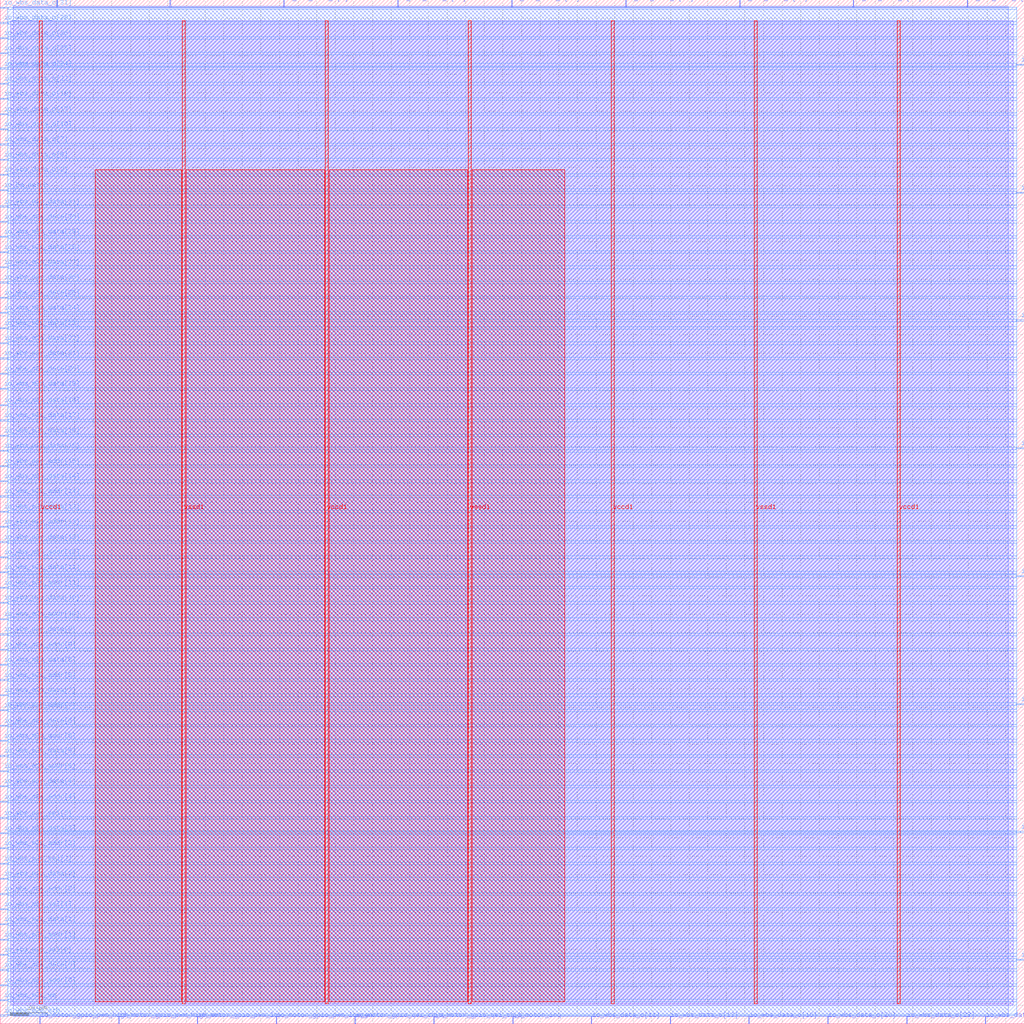
<source format=lef>
VERSION 5.7 ;
  NOWIREEXTENSIONATPIN ON ;
  DIVIDERCHAR "/" ;
  BUSBITCHARS "[]" ;
MACRO Motor_Top
  CLASS BLOCK ;
  FOREIGN Motor_Top ;
  ORIGIN 0.000 0.000 ;
  SIZE 550.000 BY 550.000 ;
  PIN clock
    DIRECTION INPUT ;
    USE SIGNAL ;
    PORT
      LAYER met2 ;
        RECT 30.450 546.000 30.730 550.000 ;
    END
  END clock
  PIN io_ba_match
    DIRECTION INPUT ;
    USE SIGNAL ;
    PORT
      LAYER met3 ;
        RECT 0.000 447.480 4.000 448.080 ;
    END
  END io_ba_match
  PIN io_motor_gpio_pwm_high
    DIRECTION OUTPUT TRISTATE ;
    USE SIGNAL ;
    PORT
      LAYER met2 ;
        RECT 21.250 0.000 21.530 4.000 ;
    END
  END io_motor_gpio_pwm_high
  PIN io_motor_gpio_pwm_high_en
    DIRECTION OUTPUT TRISTATE ;
    USE SIGNAL ;
    PORT
      LAYER met2 ;
        RECT 63.570 0.000 63.850 4.000 ;
    END
  END io_motor_gpio_pwm_high_en
  PIN io_motor_gpio_pwm_low
    DIRECTION OUTPUT TRISTATE ;
    USE SIGNAL ;
    PORT
      LAYER met2 ;
        RECT 105.890 0.000 106.170 4.000 ;
    END
  END io_motor_gpio_pwm_low
  PIN io_motor_gpio_pwm_low_en
    DIRECTION OUTPUT TRISTATE ;
    USE SIGNAL ;
    PORT
      LAYER met2 ;
        RECT 148.210 0.000 148.490 4.000 ;
    END
  END io_motor_gpio_pwm_low_en
  PIN io_motor_gpio_qei_ch_a
    DIRECTION INPUT ;
    USE SIGNAL ;
    PORT
      LAYER met2 ;
        RECT 190.530 0.000 190.810 4.000 ;
    END
  END io_motor_gpio_qei_ch_a
  PIN io_motor_gpio_qei_ch_b
    DIRECTION INPUT ;
    USE SIGNAL ;
    PORT
      LAYER met2 ;
        RECT 232.850 0.000 233.130 4.000 ;
    END
  END io_motor_gpio_qei_ch_b
  PIN io_motor_irq
    DIRECTION OUTPUT TRISTATE ;
    USE SIGNAL ;
    PORT
      LAYER met2 ;
        RECT 275.170 0.000 275.450 4.000 ;
    END
  END io_motor_irq
  PIN io_wbs_ack_o
    DIRECTION OUTPUT TRISTATE ;
    USE SIGNAL ;
    PORT
      LAYER met3 ;
        RECT 546.000 34.040 550.000 34.640 ;
    END
  END io_wbs_ack_o
  PIN io_wbs_data_o[0]
    DIRECTION OUTPUT TRISTATE ;
    USE SIGNAL ;
    PORT
      LAYER met3 ;
        RECT 546.000 102.720 550.000 103.320 ;
    END
  END io_wbs_data_o[0]
  PIN io_wbs_data_o[10]
    DIRECTION OUTPUT TRISTATE ;
    USE SIGNAL ;
    PORT
      LAYER met3 ;
        RECT 0.000 480.120 4.000 480.720 ;
    END
  END io_wbs_data_o[10]
  PIN io_wbs_data_o[11]
    DIRECTION OUTPUT TRISTATE ;
    USE SIGNAL ;
    PORT
      LAYER met2 ;
        RECT 317.490 0.000 317.770 4.000 ;
    END
  END io_wbs_data_o[11]
  PIN io_wbs_data_o[12]
    DIRECTION OUTPUT TRISTATE ;
    USE SIGNAL ;
    PORT
      LAYER met2 ;
        RECT 213.530 546.000 213.810 550.000 ;
    END
  END io_wbs_data_o[12]
  PIN io_wbs_data_o[13]
    DIRECTION OUTPUT TRISTATE ;
    USE SIGNAL ;
    PORT
      LAYER met2 ;
        RECT 359.810 0.000 360.090 4.000 ;
    END
  END io_wbs_data_o[13]
  PIN io_wbs_data_o[14]
    DIRECTION OUTPUT TRISTATE ;
    USE SIGNAL ;
    PORT
      LAYER met3 ;
        RECT 546.000 514.800 550.000 515.400 ;
    END
  END io_wbs_data_o[14]
  PIN io_wbs_data_o[15]
    DIRECTION OUTPUT TRISTATE ;
    USE SIGNAL ;
    PORT
      LAYER met2 ;
        RECT 274.710 546.000 274.990 550.000 ;
    END
  END io_wbs_data_o[15]
  PIN io_wbs_data_o[16]
    DIRECTION OUTPUT TRISTATE ;
    USE SIGNAL ;
    PORT
      LAYER met2 ;
        RECT 402.130 0.000 402.410 4.000 ;
    END
  END io_wbs_data_o[16]
  PIN io_wbs_data_o[17]
    DIRECTION OUTPUT TRISTATE ;
    USE SIGNAL ;
    PORT
      LAYER met3 ;
        RECT 0.000 488.280 4.000 488.880 ;
    END
  END io_wbs_data_o[17]
  PIN io_wbs_data_o[18]
    DIRECTION OUTPUT TRISTATE ;
    USE SIGNAL ;
    PORT
      LAYER met3 ;
        RECT 0.000 496.440 4.000 497.040 ;
    END
  END io_wbs_data_o[18]
  PIN io_wbs_data_o[19]
    DIRECTION OUTPUT TRISTATE ;
    USE SIGNAL ;
    PORT
      LAYER met2 ;
        RECT 335.890 546.000 336.170 550.000 ;
    END
  END io_wbs_data_o[19]
  PIN io_wbs_data_o[1]
    DIRECTION OUTPUT TRISTATE ;
    USE SIGNAL ;
    PORT
      LAYER met3 ;
        RECT 546.000 171.400 550.000 172.000 ;
    END
  END io_wbs_data_o[1]
  PIN io_wbs_data_o[20]
    DIRECTION OUTPUT TRISTATE ;
    USE SIGNAL ;
    PORT
      LAYER met2 ;
        RECT 444.450 0.000 444.730 4.000 ;
    END
  END io_wbs_data_o[20]
  PIN io_wbs_data_o[21]
    DIRECTION OUTPUT TRISTATE ;
    USE SIGNAL ;
    PORT
      LAYER met2 ;
        RECT 397.070 546.000 397.350 550.000 ;
    END
  END io_wbs_data_o[21]
  PIN io_wbs_data_o[22]
    DIRECTION OUTPUT TRISTATE ;
    USE SIGNAL ;
    PORT
      LAYER met3 ;
        RECT 0.000 504.600 4.000 505.200 ;
    END
  END io_wbs_data_o[22]
  PIN io_wbs_data_o[23]
    DIRECTION OUTPUT TRISTATE ;
    USE SIGNAL ;
    PORT
      LAYER met2 ;
        RECT 486.770 0.000 487.050 4.000 ;
    END
  END io_wbs_data_o[23]
  PIN io_wbs_data_o[24]
    DIRECTION OUTPUT TRISTATE ;
    USE SIGNAL ;
    PORT
      LAYER met3 ;
        RECT 0.000 512.760 4.000 513.360 ;
    END
  END io_wbs_data_o[24]
  PIN io_wbs_data_o[25]
    DIRECTION OUTPUT TRISTATE ;
    USE SIGNAL ;
    PORT
      LAYER met3 ;
        RECT 0.000 520.920 4.000 521.520 ;
    END
  END io_wbs_data_o[25]
  PIN io_wbs_data_o[26]
    DIRECTION OUTPUT TRISTATE ;
    USE SIGNAL ;
    PORT
      LAYER met3 ;
        RECT 0.000 529.080 4.000 529.680 ;
    END
  END io_wbs_data_o[26]
  PIN io_wbs_data_o[27]
    DIRECTION OUTPUT TRISTATE ;
    USE SIGNAL ;
    PORT
      LAYER met2 ;
        RECT 458.250 546.000 458.530 550.000 ;
    END
  END io_wbs_data_o[27]
  PIN io_wbs_data_o[28]
    DIRECTION OUTPUT TRISTATE ;
    USE SIGNAL ;
    PORT
      LAYER met3 ;
        RECT 0.000 537.240 4.000 537.840 ;
    END
  END io_wbs_data_o[28]
  PIN io_wbs_data_o[29]
    DIRECTION OUTPUT TRISTATE ;
    USE SIGNAL ;
    PORT
      LAYER met2 ;
        RECT 529.090 0.000 529.370 4.000 ;
    END
  END io_wbs_data_o[29]
  PIN io_wbs_data_o[2]
    DIRECTION OUTPUT TRISTATE ;
    USE SIGNAL ;
    PORT
      LAYER met3 ;
        RECT 0.000 455.640 4.000 456.240 ;
    END
  END io_wbs_data_o[2]
  PIN io_wbs_data_o[30]
    DIRECTION OUTPUT TRISTATE ;
    USE SIGNAL ;
    PORT
      LAYER met2 ;
        RECT 519.430 546.000 519.710 550.000 ;
    END
  END io_wbs_data_o[30]
  PIN io_wbs_data_o[31]
    DIRECTION OUTPUT TRISTATE ;
    USE SIGNAL ;
    PORT
      LAYER met3 ;
        RECT 0.000 545.400 4.000 546.000 ;
    END
  END io_wbs_data_o[31]
  PIN io_wbs_data_o[3]
    DIRECTION OUTPUT TRISTATE ;
    USE SIGNAL ;
    PORT
      LAYER met2 ;
        RECT 152.350 546.000 152.630 550.000 ;
    END
  END io_wbs_data_o[3]
  PIN io_wbs_data_o[4]
    DIRECTION OUTPUT TRISTATE ;
    USE SIGNAL ;
    PORT
      LAYER met3 ;
        RECT 546.000 240.080 550.000 240.680 ;
    END
  END io_wbs_data_o[4]
  PIN io_wbs_data_o[5]
    DIRECTION OUTPUT TRISTATE ;
    USE SIGNAL ;
    PORT
      LAYER met3 ;
        RECT 546.000 308.760 550.000 309.360 ;
    END
  END io_wbs_data_o[5]
  PIN io_wbs_data_o[6]
    DIRECTION OUTPUT TRISTATE ;
    USE SIGNAL ;
    PORT
      LAYER met3 ;
        RECT 0.000 463.800 4.000 464.400 ;
    END
  END io_wbs_data_o[6]
  PIN io_wbs_data_o[7]
    DIRECTION OUTPUT TRISTATE ;
    USE SIGNAL ;
    PORT
      LAYER met3 ;
        RECT 0.000 471.960 4.000 472.560 ;
    END
  END io_wbs_data_o[7]
  PIN io_wbs_data_o[8]
    DIRECTION OUTPUT TRISTATE ;
    USE SIGNAL ;
    PORT
      LAYER met3 ;
        RECT 546.000 377.440 550.000 378.040 ;
    END
  END io_wbs_data_o[8]
  PIN io_wbs_data_o[9]
    DIRECTION OUTPUT TRISTATE ;
    USE SIGNAL ;
    PORT
      LAYER met3 ;
        RECT 546.000 446.120 550.000 446.720 ;
    END
  END io_wbs_data_o[9]
  PIN io_wbs_m2s_addr[0]
    DIRECTION INPUT ;
    USE SIGNAL ;
    PORT
      LAYER met3 ;
        RECT 0.000 20.440 4.000 21.040 ;
    END
  END io_wbs_m2s_addr[0]
  PIN io_wbs_m2s_addr[10]
    DIRECTION INPUT ;
    USE SIGNAL ;
    PORT
      LAYER met3 ;
        RECT 0.000 216.960 4.000 217.560 ;
    END
  END io_wbs_m2s_addr[10]
  PIN io_wbs_m2s_addr[11]
    DIRECTION INPUT ;
    USE SIGNAL ;
    PORT
      LAYER met3 ;
        RECT 0.000 233.960 4.000 234.560 ;
    END
  END io_wbs_m2s_addr[11]
  PIN io_wbs_m2s_addr[12]
    DIRECTION INPUT ;
    USE SIGNAL ;
    PORT
      LAYER met3 ;
        RECT 0.000 250.280 4.000 250.880 ;
    END
  END io_wbs_m2s_addr[12]
  PIN io_wbs_m2s_addr[13]
    DIRECTION INPUT ;
    USE SIGNAL ;
    PORT
      LAYER met3 ;
        RECT 0.000 266.600 4.000 267.200 ;
    END
  END io_wbs_m2s_addr[13]
  PIN io_wbs_m2s_addr[14]
    DIRECTION INPUT ;
    USE SIGNAL ;
    PORT
      LAYER met3 ;
        RECT 0.000 282.920 4.000 283.520 ;
    END
  END io_wbs_m2s_addr[14]
  PIN io_wbs_m2s_addr[15]
    DIRECTION INPUT ;
    USE SIGNAL ;
    PORT
      LAYER met3 ;
        RECT 0.000 299.240 4.000 299.840 ;
    END
  END io_wbs_m2s_addr[15]
  PIN io_wbs_m2s_addr[1]
    DIRECTION INPUT ;
    USE SIGNAL ;
    PORT
      LAYER met3 ;
        RECT 0.000 44.920 4.000 45.520 ;
    END
  END io_wbs_m2s_addr[1]
  PIN io_wbs_m2s_addr[2]
    DIRECTION INPUT ;
    USE SIGNAL ;
    PORT
      LAYER met3 ;
        RECT 0.000 69.400 4.000 70.000 ;
    END
  END io_wbs_m2s_addr[2]
  PIN io_wbs_m2s_addr[3]
    DIRECTION INPUT ;
    USE SIGNAL ;
    PORT
      LAYER met3 ;
        RECT 0.000 93.880 4.000 94.480 ;
    END
  END io_wbs_m2s_addr[3]
  PIN io_wbs_m2s_addr[4]
    DIRECTION INPUT ;
    USE SIGNAL ;
    PORT
      LAYER met3 ;
        RECT 0.000 119.040 4.000 119.640 ;
    END
  END io_wbs_m2s_addr[4]
  PIN io_wbs_m2s_addr[5]
    DIRECTION INPUT ;
    USE SIGNAL ;
    PORT
      LAYER met3 ;
        RECT 0.000 135.360 4.000 135.960 ;
    END
  END io_wbs_m2s_addr[5]
  PIN io_wbs_m2s_addr[6]
    DIRECTION INPUT ;
    USE SIGNAL ;
    PORT
      LAYER met3 ;
        RECT 0.000 151.680 4.000 152.280 ;
    END
  END io_wbs_m2s_addr[6]
  PIN io_wbs_m2s_addr[7]
    DIRECTION INPUT ;
    USE SIGNAL ;
    PORT
      LAYER met3 ;
        RECT 0.000 168.000 4.000 168.600 ;
    END
  END io_wbs_m2s_addr[7]
  PIN io_wbs_m2s_addr[8]
    DIRECTION INPUT ;
    USE SIGNAL ;
    PORT
      LAYER met3 ;
        RECT 0.000 184.320 4.000 184.920 ;
    END
  END io_wbs_m2s_addr[8]
  PIN io_wbs_m2s_addr[9]
    DIRECTION INPUT ;
    USE SIGNAL ;
    PORT
      LAYER met3 ;
        RECT 0.000 200.640 4.000 201.240 ;
    END
  END io_wbs_m2s_addr[9]
  PIN io_wbs_m2s_data[0]
    DIRECTION INPUT ;
    USE SIGNAL ;
    PORT
      LAYER met3 ;
        RECT 0.000 28.600 4.000 29.200 ;
    END
  END io_wbs_m2s_data[0]
  PIN io_wbs_m2s_data[10]
    DIRECTION INPUT ;
    USE SIGNAL ;
    PORT
      LAYER met3 ;
        RECT 0.000 225.800 4.000 226.400 ;
    END
  END io_wbs_m2s_data[10]
  PIN io_wbs_m2s_data[11]
    DIRECTION INPUT ;
    USE SIGNAL ;
    PORT
      LAYER met3 ;
        RECT 0.000 242.120 4.000 242.720 ;
    END
  END io_wbs_m2s_data[11]
  PIN io_wbs_m2s_data[12]
    DIRECTION INPUT ;
    USE SIGNAL ;
    PORT
      LAYER met3 ;
        RECT 0.000 258.440 4.000 259.040 ;
    END
  END io_wbs_m2s_data[12]
  PIN io_wbs_m2s_data[13]
    DIRECTION INPUT ;
    USE SIGNAL ;
    PORT
      LAYER met3 ;
        RECT 0.000 274.760 4.000 275.360 ;
    END
  END io_wbs_m2s_data[13]
  PIN io_wbs_m2s_data[14]
    DIRECTION INPUT ;
    USE SIGNAL ;
    PORT
      LAYER met3 ;
        RECT 0.000 291.080 4.000 291.680 ;
    END
  END io_wbs_m2s_data[14]
  PIN io_wbs_m2s_data[15]
    DIRECTION INPUT ;
    USE SIGNAL ;
    PORT
      LAYER met3 ;
        RECT 0.000 307.400 4.000 308.000 ;
    END
  END io_wbs_m2s_data[15]
  PIN io_wbs_m2s_data[16]
    DIRECTION INPUT ;
    USE SIGNAL ;
    PORT
      LAYER met3 ;
        RECT 0.000 315.560 4.000 316.160 ;
    END
  END io_wbs_m2s_data[16]
  PIN io_wbs_m2s_data[17]
    DIRECTION INPUT ;
    USE SIGNAL ;
    PORT
      LAYER met3 ;
        RECT 0.000 323.720 4.000 324.320 ;
    END
  END io_wbs_m2s_data[17]
  PIN io_wbs_m2s_data[18]
    DIRECTION INPUT ;
    USE SIGNAL ;
    PORT
      LAYER met3 ;
        RECT 0.000 331.880 4.000 332.480 ;
    END
  END io_wbs_m2s_data[18]
  PIN io_wbs_m2s_data[19]
    DIRECTION INPUT ;
    USE SIGNAL ;
    PORT
      LAYER met3 ;
        RECT 0.000 340.720 4.000 341.320 ;
    END
  END io_wbs_m2s_data[19]
  PIN io_wbs_m2s_data[1]
    DIRECTION INPUT ;
    USE SIGNAL ;
    PORT
      LAYER met3 ;
        RECT 0.000 53.080 4.000 53.680 ;
    END
  END io_wbs_m2s_data[1]
  PIN io_wbs_m2s_data[20]
    DIRECTION INPUT ;
    USE SIGNAL ;
    PORT
      LAYER met3 ;
        RECT 0.000 348.880 4.000 349.480 ;
    END
  END io_wbs_m2s_data[20]
  PIN io_wbs_m2s_data[21]
    DIRECTION INPUT ;
    USE SIGNAL ;
    PORT
      LAYER met3 ;
        RECT 0.000 357.040 4.000 357.640 ;
    END
  END io_wbs_m2s_data[21]
  PIN io_wbs_m2s_data[22]
    DIRECTION INPUT ;
    USE SIGNAL ;
    PORT
      LAYER met3 ;
        RECT 0.000 365.200 4.000 365.800 ;
    END
  END io_wbs_m2s_data[22]
  PIN io_wbs_m2s_data[23]
    DIRECTION INPUT ;
    USE SIGNAL ;
    PORT
      LAYER met3 ;
        RECT 0.000 373.360 4.000 373.960 ;
    END
  END io_wbs_m2s_data[23]
  PIN io_wbs_m2s_data[24]
    DIRECTION INPUT ;
    USE SIGNAL ;
    PORT
      LAYER met3 ;
        RECT 0.000 381.520 4.000 382.120 ;
    END
  END io_wbs_m2s_data[24]
  PIN io_wbs_m2s_data[25]
    DIRECTION INPUT ;
    USE SIGNAL ;
    PORT
      LAYER met3 ;
        RECT 0.000 389.680 4.000 390.280 ;
    END
  END io_wbs_m2s_data[25]
  PIN io_wbs_m2s_data[26]
    DIRECTION INPUT ;
    USE SIGNAL ;
    PORT
      LAYER met3 ;
        RECT 0.000 397.840 4.000 398.440 ;
    END
  END io_wbs_m2s_data[26]
  PIN io_wbs_m2s_data[27]
    DIRECTION INPUT ;
    USE SIGNAL ;
    PORT
      LAYER met3 ;
        RECT 0.000 406.000 4.000 406.600 ;
    END
  END io_wbs_m2s_data[27]
  PIN io_wbs_m2s_data[28]
    DIRECTION INPUT ;
    USE SIGNAL ;
    PORT
      LAYER met3 ;
        RECT 0.000 414.160 4.000 414.760 ;
    END
  END io_wbs_m2s_data[28]
  PIN io_wbs_m2s_data[29]
    DIRECTION INPUT ;
    USE SIGNAL ;
    PORT
      LAYER met3 ;
        RECT 0.000 422.320 4.000 422.920 ;
    END
  END io_wbs_m2s_data[29]
  PIN io_wbs_m2s_data[2]
    DIRECTION INPUT ;
    USE SIGNAL ;
    PORT
      LAYER met3 ;
        RECT 0.000 77.560 4.000 78.160 ;
    END
  END io_wbs_m2s_data[2]
  PIN io_wbs_m2s_data[30]
    DIRECTION INPUT ;
    USE SIGNAL ;
    PORT
      LAYER met3 ;
        RECT 0.000 430.480 4.000 431.080 ;
    END
  END io_wbs_m2s_data[30]
  PIN io_wbs_m2s_data[31]
    DIRECTION INPUT ;
    USE SIGNAL ;
    PORT
      LAYER met3 ;
        RECT 0.000 438.640 4.000 439.240 ;
    END
  END io_wbs_m2s_data[31]
  PIN io_wbs_m2s_data[3]
    DIRECTION INPUT ;
    USE SIGNAL ;
    PORT
      LAYER met3 ;
        RECT 0.000 102.040 4.000 102.640 ;
    END
  END io_wbs_m2s_data[3]
  PIN io_wbs_m2s_data[4]
    DIRECTION INPUT ;
    USE SIGNAL ;
    PORT
      LAYER met3 ;
        RECT 0.000 127.200 4.000 127.800 ;
    END
  END io_wbs_m2s_data[4]
  PIN io_wbs_m2s_data[5]
    DIRECTION INPUT ;
    USE SIGNAL ;
    PORT
      LAYER met3 ;
        RECT 0.000 143.520 4.000 144.120 ;
    END
  END io_wbs_m2s_data[5]
  PIN io_wbs_m2s_data[6]
    DIRECTION INPUT ;
    USE SIGNAL ;
    PORT
      LAYER met3 ;
        RECT 0.000 159.840 4.000 160.440 ;
    END
  END io_wbs_m2s_data[6]
  PIN io_wbs_m2s_data[7]
    DIRECTION INPUT ;
    USE SIGNAL ;
    PORT
      LAYER met3 ;
        RECT 0.000 176.160 4.000 176.760 ;
    END
  END io_wbs_m2s_data[7]
  PIN io_wbs_m2s_data[8]
    DIRECTION INPUT ;
    USE SIGNAL ;
    PORT
      LAYER met3 ;
        RECT 0.000 192.480 4.000 193.080 ;
    END
  END io_wbs_m2s_data[8]
  PIN io_wbs_m2s_data[9]
    DIRECTION INPUT ;
    USE SIGNAL ;
    PORT
      LAYER met3 ;
        RECT 0.000 208.800 4.000 209.400 ;
    END
  END io_wbs_m2s_data[9]
  PIN io_wbs_m2s_sel[0]
    DIRECTION INPUT ;
    USE SIGNAL ;
    PORT
      LAYER met3 ;
        RECT 0.000 36.760 4.000 37.360 ;
    END
  END io_wbs_m2s_sel[0]
  PIN io_wbs_m2s_sel[1]
    DIRECTION INPUT ;
    USE SIGNAL ;
    PORT
      LAYER met3 ;
        RECT 0.000 61.240 4.000 61.840 ;
    END
  END io_wbs_m2s_sel[1]
  PIN io_wbs_m2s_sel[2]
    DIRECTION INPUT ;
    USE SIGNAL ;
    PORT
      LAYER met3 ;
        RECT 0.000 85.720 4.000 86.320 ;
    END
  END io_wbs_m2s_sel[2]
  PIN io_wbs_m2s_sel[3]
    DIRECTION INPUT ;
    USE SIGNAL ;
    PORT
      LAYER met3 ;
        RECT 0.000 110.200 4.000 110.800 ;
    END
  END io_wbs_m2s_sel[3]
  PIN io_wbs_m2s_stb
    DIRECTION INPUT ;
    USE SIGNAL ;
    PORT
      LAYER met3 ;
        RECT 0.000 4.120 4.000 4.720 ;
    END
  END io_wbs_m2s_stb
  PIN io_wbs_m2s_we
    DIRECTION INPUT ;
    USE SIGNAL ;
    PORT
      LAYER met3 ;
        RECT 0.000 12.280 4.000 12.880 ;
    END
  END io_wbs_m2s_we
  PIN reset
    DIRECTION INPUT ;
    USE SIGNAL ;
    PORT
      LAYER met2 ;
        RECT 91.170 546.000 91.450 550.000 ;
    END
  END reset
  PIN vccd1
    DIRECTION INPUT ;
    USE POWER ;
    PORT
      LAYER met4 ;
        RECT 21.040 10.640 22.640 538.800 ;
    END
    PORT
      LAYER met4 ;
        RECT 174.640 10.640 176.240 538.800 ;
    END
    PORT
      LAYER met4 ;
        RECT 328.240 10.640 329.840 538.800 ;
    END
    PORT
      LAYER met4 ;
        RECT 481.840 10.640 483.440 538.800 ;
    END
  END vccd1
  PIN vssd1
    DIRECTION INPUT ;
    USE GROUND ;
    PORT
      LAYER met4 ;
        RECT 97.840 10.640 99.440 538.800 ;
    END
    PORT
      LAYER met4 ;
        RECT 251.440 10.640 253.040 538.800 ;
    END
    PORT
      LAYER met4 ;
        RECT 405.040 10.640 406.640 538.800 ;
    END
  END vssd1
  OBS
      LAYER li1 ;
        RECT 5.520 10.795 544.180 538.645 ;
      LAYER met1 ;
        RECT 5.520 9.900 544.180 538.800 ;
      LAYER met2 ;
        RECT 6.990 545.720 30.170 546.450 ;
        RECT 31.010 545.720 90.890 546.450 ;
        RECT 91.730 545.720 152.070 546.450 ;
        RECT 152.910 545.720 213.250 546.450 ;
        RECT 214.090 545.720 274.430 546.450 ;
        RECT 275.270 545.720 335.610 546.450 ;
        RECT 336.450 545.720 396.790 546.450 ;
        RECT 397.630 545.720 457.970 546.450 ;
        RECT 458.810 545.720 519.150 546.450 ;
        RECT 519.990 545.720 541.330 546.450 ;
        RECT 6.990 4.280 541.330 545.720 ;
        RECT 6.990 4.000 20.970 4.280 ;
        RECT 21.810 4.000 63.290 4.280 ;
        RECT 64.130 4.000 105.610 4.280 ;
        RECT 106.450 4.000 147.930 4.280 ;
        RECT 148.770 4.000 190.250 4.280 ;
        RECT 191.090 4.000 232.570 4.280 ;
        RECT 233.410 4.000 274.890 4.280 ;
        RECT 275.730 4.000 317.210 4.280 ;
        RECT 318.050 4.000 359.530 4.280 ;
        RECT 360.370 4.000 401.850 4.280 ;
        RECT 402.690 4.000 444.170 4.280 ;
        RECT 445.010 4.000 486.490 4.280 ;
        RECT 487.330 4.000 528.810 4.280 ;
        RECT 529.650 4.000 541.330 4.280 ;
      LAYER met3 ;
        RECT 4.400 545.000 546.000 545.865 ;
        RECT 4.000 538.240 546.000 545.000 ;
        RECT 4.400 536.840 546.000 538.240 ;
        RECT 4.000 530.080 546.000 536.840 ;
        RECT 4.400 528.680 546.000 530.080 ;
        RECT 4.000 521.920 546.000 528.680 ;
        RECT 4.400 520.520 546.000 521.920 ;
        RECT 4.000 515.800 546.000 520.520 ;
        RECT 4.000 514.400 545.600 515.800 ;
        RECT 4.000 513.760 546.000 514.400 ;
        RECT 4.400 512.360 546.000 513.760 ;
        RECT 4.000 505.600 546.000 512.360 ;
        RECT 4.400 504.200 546.000 505.600 ;
        RECT 4.000 497.440 546.000 504.200 ;
        RECT 4.400 496.040 546.000 497.440 ;
        RECT 4.000 489.280 546.000 496.040 ;
        RECT 4.400 487.880 546.000 489.280 ;
        RECT 4.000 481.120 546.000 487.880 ;
        RECT 4.400 479.720 546.000 481.120 ;
        RECT 4.000 472.960 546.000 479.720 ;
        RECT 4.400 471.560 546.000 472.960 ;
        RECT 4.000 464.800 546.000 471.560 ;
        RECT 4.400 463.400 546.000 464.800 ;
        RECT 4.000 456.640 546.000 463.400 ;
        RECT 4.400 455.240 546.000 456.640 ;
        RECT 4.000 448.480 546.000 455.240 ;
        RECT 4.400 447.120 546.000 448.480 ;
        RECT 4.400 447.080 545.600 447.120 ;
        RECT 4.000 445.720 545.600 447.080 ;
        RECT 4.000 439.640 546.000 445.720 ;
        RECT 4.400 438.240 546.000 439.640 ;
        RECT 4.000 431.480 546.000 438.240 ;
        RECT 4.400 430.080 546.000 431.480 ;
        RECT 4.000 423.320 546.000 430.080 ;
        RECT 4.400 421.920 546.000 423.320 ;
        RECT 4.000 415.160 546.000 421.920 ;
        RECT 4.400 413.760 546.000 415.160 ;
        RECT 4.000 407.000 546.000 413.760 ;
        RECT 4.400 405.600 546.000 407.000 ;
        RECT 4.000 398.840 546.000 405.600 ;
        RECT 4.400 397.440 546.000 398.840 ;
        RECT 4.000 390.680 546.000 397.440 ;
        RECT 4.400 389.280 546.000 390.680 ;
        RECT 4.000 382.520 546.000 389.280 ;
        RECT 4.400 381.120 546.000 382.520 ;
        RECT 4.000 378.440 546.000 381.120 ;
        RECT 4.000 377.040 545.600 378.440 ;
        RECT 4.000 374.360 546.000 377.040 ;
        RECT 4.400 372.960 546.000 374.360 ;
        RECT 4.000 366.200 546.000 372.960 ;
        RECT 4.400 364.800 546.000 366.200 ;
        RECT 4.000 358.040 546.000 364.800 ;
        RECT 4.400 356.640 546.000 358.040 ;
        RECT 4.000 349.880 546.000 356.640 ;
        RECT 4.400 348.480 546.000 349.880 ;
        RECT 4.000 341.720 546.000 348.480 ;
        RECT 4.400 340.320 546.000 341.720 ;
        RECT 4.000 332.880 546.000 340.320 ;
        RECT 4.400 331.480 546.000 332.880 ;
        RECT 4.000 324.720 546.000 331.480 ;
        RECT 4.400 323.320 546.000 324.720 ;
        RECT 4.000 316.560 546.000 323.320 ;
        RECT 4.400 315.160 546.000 316.560 ;
        RECT 4.000 309.760 546.000 315.160 ;
        RECT 4.000 308.400 545.600 309.760 ;
        RECT 4.400 308.360 545.600 308.400 ;
        RECT 4.400 307.000 546.000 308.360 ;
        RECT 4.000 300.240 546.000 307.000 ;
        RECT 4.400 298.840 546.000 300.240 ;
        RECT 4.000 292.080 546.000 298.840 ;
        RECT 4.400 290.680 546.000 292.080 ;
        RECT 4.000 283.920 546.000 290.680 ;
        RECT 4.400 282.520 546.000 283.920 ;
        RECT 4.000 275.760 546.000 282.520 ;
        RECT 4.400 274.360 546.000 275.760 ;
        RECT 4.000 267.600 546.000 274.360 ;
        RECT 4.400 266.200 546.000 267.600 ;
        RECT 4.000 259.440 546.000 266.200 ;
        RECT 4.400 258.040 546.000 259.440 ;
        RECT 4.000 251.280 546.000 258.040 ;
        RECT 4.400 249.880 546.000 251.280 ;
        RECT 4.000 243.120 546.000 249.880 ;
        RECT 4.400 241.720 546.000 243.120 ;
        RECT 4.000 241.080 546.000 241.720 ;
        RECT 4.000 239.680 545.600 241.080 ;
        RECT 4.000 234.960 546.000 239.680 ;
        RECT 4.400 233.560 546.000 234.960 ;
        RECT 4.000 226.800 546.000 233.560 ;
        RECT 4.400 225.400 546.000 226.800 ;
        RECT 4.000 217.960 546.000 225.400 ;
        RECT 4.400 216.560 546.000 217.960 ;
        RECT 4.000 209.800 546.000 216.560 ;
        RECT 4.400 208.400 546.000 209.800 ;
        RECT 4.000 201.640 546.000 208.400 ;
        RECT 4.400 200.240 546.000 201.640 ;
        RECT 4.000 193.480 546.000 200.240 ;
        RECT 4.400 192.080 546.000 193.480 ;
        RECT 4.000 185.320 546.000 192.080 ;
        RECT 4.400 183.920 546.000 185.320 ;
        RECT 4.000 177.160 546.000 183.920 ;
        RECT 4.400 175.760 546.000 177.160 ;
        RECT 4.000 172.400 546.000 175.760 ;
        RECT 4.000 171.000 545.600 172.400 ;
        RECT 4.000 169.000 546.000 171.000 ;
        RECT 4.400 167.600 546.000 169.000 ;
        RECT 4.000 160.840 546.000 167.600 ;
        RECT 4.400 159.440 546.000 160.840 ;
        RECT 4.000 152.680 546.000 159.440 ;
        RECT 4.400 151.280 546.000 152.680 ;
        RECT 4.000 144.520 546.000 151.280 ;
        RECT 4.400 143.120 546.000 144.520 ;
        RECT 4.000 136.360 546.000 143.120 ;
        RECT 4.400 134.960 546.000 136.360 ;
        RECT 4.000 128.200 546.000 134.960 ;
        RECT 4.400 126.800 546.000 128.200 ;
        RECT 4.000 120.040 546.000 126.800 ;
        RECT 4.400 118.640 546.000 120.040 ;
        RECT 4.000 111.200 546.000 118.640 ;
        RECT 4.400 109.800 546.000 111.200 ;
        RECT 4.000 103.720 546.000 109.800 ;
        RECT 4.000 103.040 545.600 103.720 ;
        RECT 4.400 102.320 545.600 103.040 ;
        RECT 4.400 101.640 546.000 102.320 ;
        RECT 4.000 94.880 546.000 101.640 ;
        RECT 4.400 93.480 546.000 94.880 ;
        RECT 4.000 86.720 546.000 93.480 ;
        RECT 4.400 85.320 546.000 86.720 ;
        RECT 4.000 78.560 546.000 85.320 ;
        RECT 4.400 77.160 546.000 78.560 ;
        RECT 4.000 70.400 546.000 77.160 ;
        RECT 4.400 69.000 546.000 70.400 ;
        RECT 4.000 62.240 546.000 69.000 ;
        RECT 4.400 60.840 546.000 62.240 ;
        RECT 4.000 54.080 546.000 60.840 ;
        RECT 4.400 52.680 546.000 54.080 ;
        RECT 4.000 45.920 546.000 52.680 ;
        RECT 4.400 44.520 546.000 45.920 ;
        RECT 4.000 37.760 546.000 44.520 ;
        RECT 4.400 36.360 546.000 37.760 ;
        RECT 4.000 35.040 546.000 36.360 ;
        RECT 4.000 33.640 545.600 35.040 ;
        RECT 4.000 29.600 546.000 33.640 ;
        RECT 4.400 28.200 546.000 29.600 ;
        RECT 4.000 21.440 546.000 28.200 ;
        RECT 4.400 20.040 546.000 21.440 ;
        RECT 4.000 13.280 546.000 20.040 ;
        RECT 4.400 11.880 546.000 13.280 ;
        RECT 4.000 5.120 546.000 11.880 ;
        RECT 4.400 4.255 546.000 5.120 ;
      LAYER met4 ;
        RECT 50.895 11.735 97.440 458.825 ;
        RECT 99.840 11.735 174.240 458.825 ;
        RECT 176.640 11.735 251.040 458.825 ;
        RECT 253.440 11.735 303.305 458.825 ;
  END
END Motor_Top
END LIBRARY


</source>
